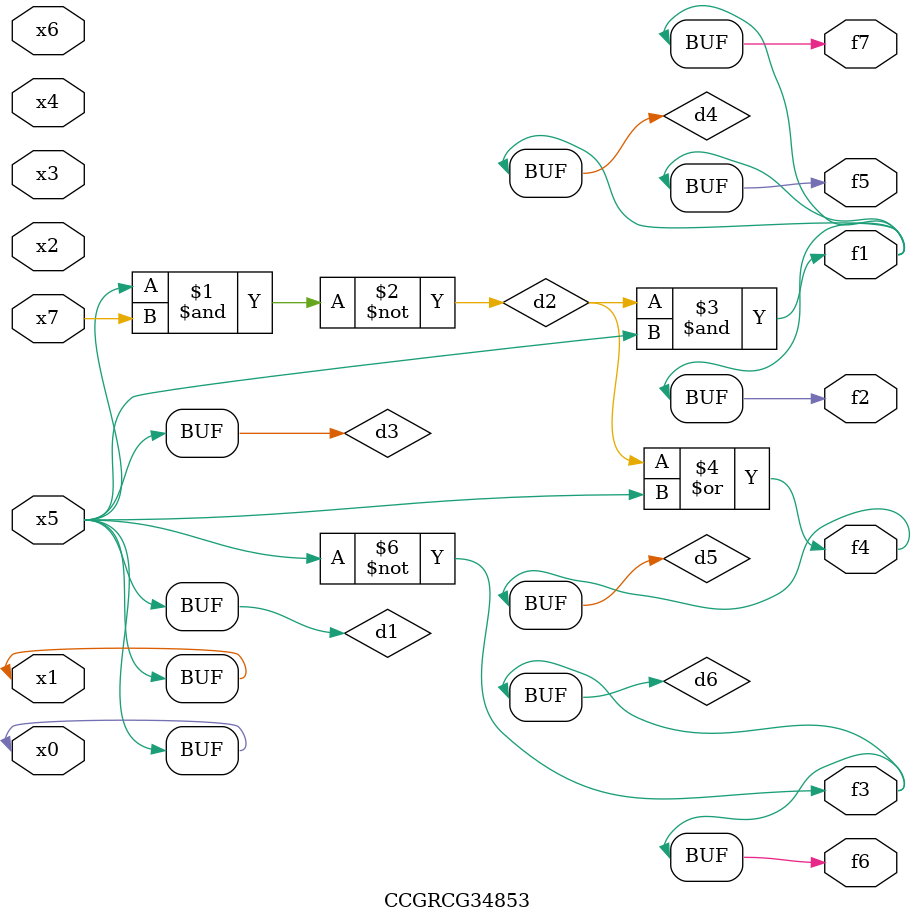
<source format=v>
module CCGRCG34853(
	input x0, x1, x2, x3, x4, x5, x6, x7,
	output f1, f2, f3, f4, f5, f6, f7
);

	wire d1, d2, d3, d4, d5, d6;

	buf (d1, x0, x5);
	nand (d2, x5, x7);
	buf (d3, x0, x1);
	and (d4, d2, d3);
	or (d5, d2, d3);
	nor (d6, d1, d3);
	assign f1 = d4;
	assign f2 = d4;
	assign f3 = d6;
	assign f4 = d5;
	assign f5 = d4;
	assign f6 = d6;
	assign f7 = d4;
endmodule

</source>
